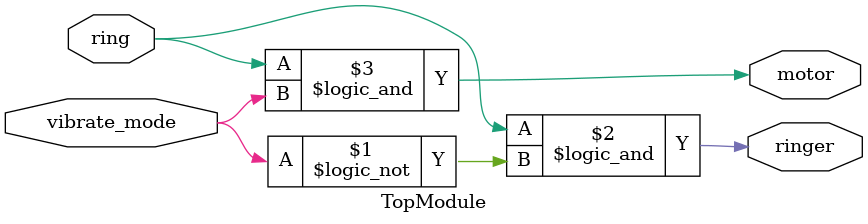
<source format=sv>
module TopModule (
    input logic ring,
    input logic vibrate_mode,
    output logic ringer,
    output logic motor
);

    assign ringer = ring && !vibrate_mode;
    assign motor = ring && vibrate_mode;

endmodule
</source>
